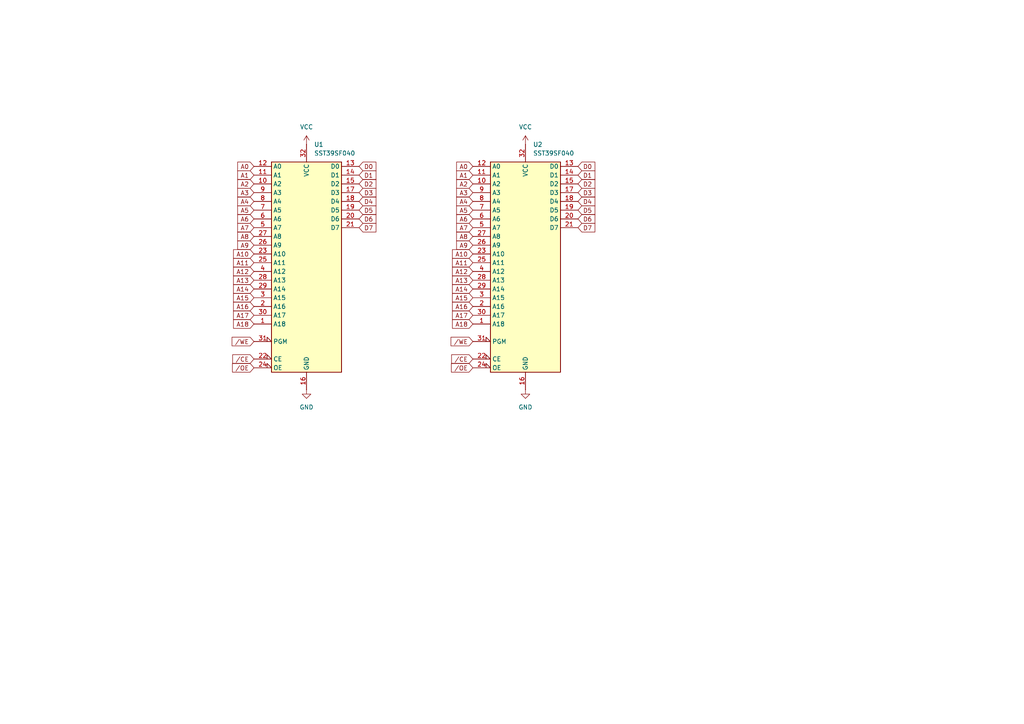
<source format=kicad_sch>
(kicad_sch (version 20231120) (generator "eeschema") (generator_version "8.0")
  (paper "A4")
  (lib_symbols
    (symbol "Memory_Flash:SST39SF040"
      (property "Reference" "U" (at 2.54 33.02 0))
      (property "Value" "SST39SF040" (at 0 -30.48 0))
      (symbol "SST39SF040_0_0"
        (pin power_in line (at 0 -34.29 90) (length 5.08) (name "GND") (number "16"))
        (pin power_in line (at 0 36.83 270) (length 5.08) (name "VCC") (number "32"))
      )
      (symbol "SST39SF040_0_1"
        (rectangle (start -10.16 31.75) (end 10.16 -29.21) (stroke (width 0.254)) (fill (type background)))
      )
      (symbol "SST39SF040_1_1"
        (pin input line (at -15.24 -15.24 0) (length 5.08) (name "A18") (number "1"))
        (pin input line (at -15.24 25.4 0) (length 5.08) (name "A2") (number "10"))
        (pin input line (at -15.24 27.94 0) (length 5.08) (name "A1") (number "11"))
        (pin input line (at -15.24 30.48 0) (length 5.08) (name "A0") (number "12"))
        (pin tri_state line (at 15.24 30.48 180) (length 5.08) (name "D0") (number "13"))
        (pin tri_state line (at 15.24 27.94 180) (length 5.08) (name "D1") (number "14"))
        (pin tri_state line (at 15.24 25.4 180) (length 5.08) (name "D2") (number "15"))
        (pin tri_state line (at 15.24 22.86 180) (length 5.08) (name "D3") (number "17"))
        (pin tri_state line (at 15.24 20.32 180) (length 5.08) (name "D4") (number "18"))
        (pin tri_state line (at 15.24 17.78 180) (length 5.08) (name "D5") (number "19"))
        (pin input line (at -15.24 -10.16 0) (length 5.08) (name "A16") (number "2"))
        (pin tri_state line (at 15.24 15.24 180) (length 5.08) (name "D6") (number "20"))
        (pin tri_state line (at 15.24 12.7 180) (length 5.08) (name "D7") (number "21"))
        (pin input input_low (at -15.24 -25.4 0) (length 5.08) (name "CE") (number "22"))
        (pin input line (at -15.24 5.08 0) (length 5.08) (name "A10") (number "23"))
        (pin input input_low (at -15.24 -27.94 0) (length 5.08) (name "OE") (number "24"))
        (pin input line (at -15.24 2.54 0) (length 5.08) (name "A11") (number "25"))
        (pin input line (at -15.24 7.62 0) (length 5.08) (name "A9") (number "26"))
        (pin input line (at -15.24 10.16 0) (length 5.08) (name "A8") (number "27"))
        (pin input line (at -15.24 -2.54 0) (length 5.08) (name "A13") (number "28"))
        (pin input line (at -15.24 -5.08 0) (length 5.08) (name "A14") (number "29"))
        (pin input line (at -15.24 -7.62 0) (length 5.08) (name "A15") (number "3"))
        (pin input line (at -15.24 -12.7 0) (length 5.08) (name "A17") (number "30"))
        (pin input input_low (at -15.24 -20.32 0) (length 5.08) (name "PGM") (number "31"))
        (pin input line (at -15.24 0 0) (length 5.08) (name "A12") (number "4"))
        (pin input line (at -15.24 12.7 0) (length 5.08) (name "A7") (number "5"))
        (pin input line (at -15.24 15.24 0) (length 5.08) (name "A6") (number "6"))
        (pin input line (at -15.24 17.78 0) (length 5.08) (name "A5") (number "7"))
        (pin input line (at -15.24 20.32 0) (length 5.08) (name "A4") (number "8"))
        (pin input line (at -15.24 22.86 0) (length 5.08) (name "A3") (number "9"))
      )
    )
    (symbol "power:GND" (power) (pin_numbers hide) (pin_names (offset 0) hide)
      (property "Value" "GND" (at 0 -3.81 0))
      (symbol "GND_0_1"
        (polyline (pts (xy 0 0) (xy 0 -1.27) (xy 1.27 -1.27) (xy 0 -2.54) (xy -1.27 -1.27) (xy 0 -1.27)))
      )
      (symbol "GND_1_1"
        (pin power_in line (at 0 0 270) (length 0) (name "~") (number "1"))
      )
    )
    (symbol "power:VCC" (power) (pin_numbers hide) (pin_names (offset 0) hide)
      (property "Value" "VCC" (at 0 3.556 0))
      (symbol "VCC_0_1"
        (polyline (pts (xy -0.762 1.27) (xy 0 2.54)))
        (polyline (pts (xy 0 0) (xy 0 2.54)))
        (polyline (pts (xy 0 2.54) (xy 0.762 1.27)))
      )
      (symbol "VCC_1_1"
        (pin power_in line (at 0 0 90) (length 0) (name "~") (number "1"))
      )
    )
  )
  (global_label "A10" (shape input) (at 137.16 73.66 180) (property "Intersheetrefs" "${INTERSHEET_REFS}" (effects (hide yes))))
  (global_label "{slash}WE" (shape input) (at 137.16 99.06 180) (property "Intersheetrefs" "${INTERSHEET_REFS}" (effects (hide yes))))
  (global_label "A6" (shape input) (at 137.16 63.5 180) (property "Intersheetrefs" "${INTERSHEET_REFS}" (effects (hide yes))))
  (global_label "D7" (shape input) (at 167.64 66.04 0) (property "Intersheetrefs" "${INTERSHEET_REFS}" (effects (hide yes))))
  (global_label "A9" (shape input) (at 137.16 71.12 180) (property "Intersheetrefs" "${INTERSHEET_REFS}" (effects (hide yes))))
  (global_label "A12" (shape input) (at 73.66 78.74 180) (property "Intersheetrefs" "${INTERSHEET_REFS}" (effects (hide yes))))
  (global_label "D6" (shape input) (at 167.64 63.5 0) (property "Intersheetrefs" "${INTERSHEET_REFS}" (effects (hide yes))))
  (global_label "A2" (shape input) (at 73.66 53.34 180) (property "Intersheetrefs" "${INTERSHEET_REFS}" (effects (hide yes))))
  (global_label "D4" (shape input) (at 104.14 58.42 0) (property "Intersheetrefs" "${INTERSHEET_REFS}" (effects (hide yes))))
  (global_label "D5" (shape input) (at 167.64 60.96 0) (property "Intersheetrefs" "${INTERSHEET_REFS}" (effects (hide yes))))
  (global_label "A2" (shape input) (at 137.16 53.34 180) (property "Intersheetrefs" "${INTERSHEET_REFS}" (effects (hide yes))))
  (global_label "D6" (shape input) (at 104.14 63.5 0) (property "Intersheetrefs" "${INTERSHEET_REFS}" (effects (hide yes))))
  (global_label "{slash}WE" (shape input) (at 73.66 99.06 180) (property "Intersheetrefs" "${INTERSHEET_REFS}" (effects (hide yes))))
  (global_label "A18" (shape input) (at 137.16 93.98 180) (property "Intersheetrefs" "${INTERSHEET_REFS}" (effects (hide yes))))
  (global_label "A18" (shape input) (at 73.66 93.98 180) (property "Intersheetrefs" "${INTERSHEET_REFS}" (effects (hide yes))))
  (global_label "A7" (shape input) (at 73.66 66.04 180) (property "Intersheetrefs" "${INTERSHEET_REFS}" (effects (hide yes))))
  (global_label "D4" (shape input) (at 167.64 58.42 0) (property "Intersheetrefs" "${INTERSHEET_REFS}" (effects (hide yes))))
  (global_label "A13" (shape input) (at 73.66 81.28 180) (property "Intersheetrefs" "${INTERSHEET_REFS}" (effects (hide yes))))
  (global_label "A14" (shape input) (at 73.66 83.82 180) (property "Intersheetrefs" "${INTERSHEET_REFS}" (effects (hide yes))))
  (global_label "D7" (shape input) (at 104.14 66.04 0) (property "Intersheetrefs" "${INTERSHEET_REFS}" (effects (hide yes))))
  (global_label "A3" (shape input) (at 137.16 55.88 180) (property "Intersheetrefs" "${INTERSHEET_REFS}" (effects (hide yes))))
  (global_label "D1" (shape input) (at 167.64 50.8 0) (property "Intersheetrefs" "${INTERSHEET_REFS}" (effects (hide yes))))
  (global_label "D0" (shape input) (at 104.14 48.26 0) (property "Intersheetrefs" "${INTERSHEET_REFS}" (effects (hide yes))))
  (global_label "A5" (shape input) (at 137.16 60.96 180) (property "Intersheetrefs" "${INTERSHEET_REFS}" (effects (hide yes))))
  (global_label "A11" (shape input) (at 73.66 76.2 180) (property "Intersheetrefs" "${INTERSHEET_REFS}" (effects (hide yes))))
  (global_label "A17" (shape input) (at 73.66 91.44 180) (property "Intersheetrefs" "${INTERSHEET_REFS}" (effects (hide yes))))
  (global_label "A15" (shape input) (at 137.16 86.36 180) (property "Intersheetrefs" "${INTERSHEET_REFS}" (effects (hide yes))))
  (global_label "D2" (shape input) (at 167.64 53.34 0) (property "Intersheetrefs" "${INTERSHEET_REFS}" (effects (hide yes))))
  (global_label "A16" (shape input) (at 73.66 88.9 180) (property "Intersheetrefs" "${INTERSHEET_REFS}" (effects (hide yes))))
  (global_label "A1" (shape input) (at 137.16 50.8 180) (property "Intersheetrefs" "${INTERSHEET_REFS}" (effects (hide yes))))
  (global_label "A16" (shape input) (at 137.16 88.9 180) (property "Intersheetrefs" "${INTERSHEET_REFS}" (effects (hide yes))))
  (global_label "{slash}OE" (shape input) (at 137.16 106.68 180) (property "Intersheetrefs" "${INTERSHEET_REFS}" (effects (hide yes))))
  (global_label "A8" (shape input) (at 137.16 68.58 180) (property "Intersheetrefs" "${INTERSHEET_REFS}" (effects (hide yes))))
  (global_label "A0" (shape input) (at 73.66 48.26 180) (property "Intersheetrefs" "${INTERSHEET_REFS}" (effects (hide yes))))
  (global_label "A5" (shape input) (at 73.66 60.96 180) (property "Intersheetrefs" "${INTERSHEET_REFS}" (effects (hide yes))))
  (global_label "A15" (shape input) (at 73.66 86.36 180) (property "Intersheetrefs" "${INTERSHEET_REFS}" (effects (hide yes))))
  (global_label "A3" (shape input) (at 73.66 55.88 180) (property "Intersheetrefs" "${INTERSHEET_REFS}" (effects (hide yes))))
  (global_label "A17" (shape input) (at 137.16 91.44 180) (property "Intersheetrefs" "${INTERSHEET_REFS}" (effects (hide yes))))
  (global_label "A9" (shape input) (at 73.66 71.12 180) (property "Intersheetrefs" "${INTERSHEET_REFS}" (effects (hide yes))))
  (global_label "{slash}CE" (shape input) (at 137.16 104.14 180) (property "Intersheetrefs" "${INTERSHEET_REFS}" (effects (hide yes))))
  (global_label "D2" (shape input) (at 104.14 53.34 0) (property "Intersheetrefs" "${INTERSHEET_REFS}" (effects (hide yes))))
  (global_label "A13" (shape input) (at 137.16 81.28 180) (property "Intersheetrefs" "${INTERSHEET_REFS}" (effects (hide yes))))
  (global_label "A1" (shape input) (at 73.66 50.8 180) (property "Intersheetrefs" "${INTERSHEET_REFS}" (effects (hide yes))))
  (global_label "A14" (shape input) (at 137.16 83.82 180) (property "Intersheetrefs" "${INTERSHEET_REFS}" (effects (hide yes))))
  (global_label "A6" (shape input) (at 73.66 63.5 180) (property "Intersheetrefs" "${INTERSHEET_REFS}" (effects (hide yes))))
  (global_label "D3" (shape input) (at 167.64 55.88 0) (property "Intersheetrefs" "${INTERSHEET_REFS}" (effects (hide yes))))
  (global_label "D1" (shape input) (at 104.14 50.8 0) (property "Intersheetrefs" "${INTERSHEET_REFS}" (effects (hide yes))))
  (global_label "A4" (shape input) (at 73.66 58.42 180) (property "Intersheetrefs" "${INTERSHEET_REFS}" (effects (hide yes))))
  (global_label "D3" (shape input) (at 104.14 55.88 0) (property "Intersheetrefs" "${INTERSHEET_REFS}" (effects (hide yes))))
  (global_label "{slash}CE" (shape input) (at 73.66 104.14 180) (property "Intersheetrefs" "${INTERSHEET_REFS}" (effects (hide yes))))
  (global_label "D5" (shape input) (at 104.14 60.96 0) (property "Intersheetrefs" "${INTERSHEET_REFS}" (effects (hide yes))))
  (global_label "A8" (shape input) (at 73.66 68.58 180) (property "Intersheetrefs" "${INTERSHEET_REFS}" (effects (hide yes))))
  (global_label "A11" (shape input) (at 137.16 76.2 180) (property "Intersheetrefs" "${INTERSHEET_REFS}" (effects (hide yes))))
  (global_label "A12" (shape input) (at 137.16 78.74 180) (property "Intersheetrefs" "${INTERSHEET_REFS}" (effects (hide yes))))
  (global_label "D0" (shape input) (at 167.64 48.26 0) (property "Intersheetrefs" "${INTERSHEET_REFS}" (effects (hide yes))))
  (global_label "A10" (shape input) (at 73.66 73.66 180) (property "Intersheetrefs" "${INTERSHEET_REFS}" (effects (hide yes))))
  (global_label "A0" (shape input) (at 137.16 48.26 180) (property "Intersheetrefs" "${INTERSHEET_REFS}" (effects (hide yes))))
  (global_label "A7" (shape input) (at 137.16 66.04 180) (property "Intersheetrefs" "${INTERSHEET_REFS}" (effects (hide yes))))
  (global_label "A4" (shape input) (at 137.16 58.42 180) (property "Intersheetrefs" "${INTERSHEET_REFS}" (effects (hide yes))))
  (global_label "{slash}OE" (shape input) (at 73.66 106.68 180) (property "Intersheetrefs" "${INTERSHEET_REFS}" (effects (hide yes))))
  (symbol (lib_id "Memory_Flash:SST39SF040") (at 152.4 78.74 0) (unit 1)
    (property "Reference" "U2" (at 154.5941 41.91 0) (effects (justify left)))
    (property "Value" "SST39SF040" (at 154.5941 44.45 0) (effects (justify left)))
    (property "Footprint" "Package_LCC:PLCC-32_11.4x14.0mm_P1.27mm" (effects (hide yes)))
    (property "Datasheet" "http://ww1.microchip.com/downloads/en/DeviceDoc/25022B.pdf" (effects (hide yes)))
    (property "Description" "Silicon Storage Technology (SSF) 512k x 8 Flash ROM" (effects (hide yes)))
  )
  (symbol (lib_id "power:VCC") (at 152.4 41.91 0) (unit 1)
    (property "Reference" "#PWR03" (effects (hide yes)))
    (property "Value" "VCC" (at 152.4 36.83 0))
    (property "Description" "Power symbol creates a global label with name \"VCC\"" (effects (hide yes)))
  )
  (symbol (lib_id "power:VCC") (at 88.9 41.91 0) (unit 1)
    (property "Reference" "#PWR01" (effects (hide yes)))
    (property "Value" "VCC" (at 88.9 36.83 0))
    (property "Description" "Power symbol creates a global label with name \"VCC\"" (effects (hide yes)))
  )
  (symbol (lib_id "power:GND") (at 152.4 113.03 0) (unit 1)
    (property "Reference" "#PWR04" (effects (hide yes)))
    (property "Value" "GND" (at 152.4 118.11 0))
    (property "Description" "Power symbol creates a global label with name \"GND\" , ground" (effects (hide yes)))
  )
  (symbol (lib_id "Memory_Flash:SST39SF040") (at 88.9 78.74 0) (unit 1)
    (property "Reference" "U1" (at 91.0941 41.91 0) (effects (justify left)))
    (property "Value" "SST39SF040" (at 91.0941 44.45 0) (effects (justify left)))
    (property "Footprint" "Package_DIP:DIP-32_W15.24mm" (effects (hide yes)))
    (property "Datasheet" "http://ww1.microchip.com/downloads/en/DeviceDoc/25022B.pdf" (effects (hide yes)))
    (property "Description" "Silicon Storage Technology (SSF) 512k x 8 Flash ROM" (effects (hide yes)))
  )
  (symbol (lib_id "power:GND") (at 88.9 113.03 0) (unit 1)
    (property "Reference" "#PWR02" (effects (hide yes)))
    (property "Value" "GND" (at 88.9 118.11 0))
    (property "Description" "Power symbol creates a global label with name \"GND\" , ground" (effects (hide yes)))
  )
)
</source>
